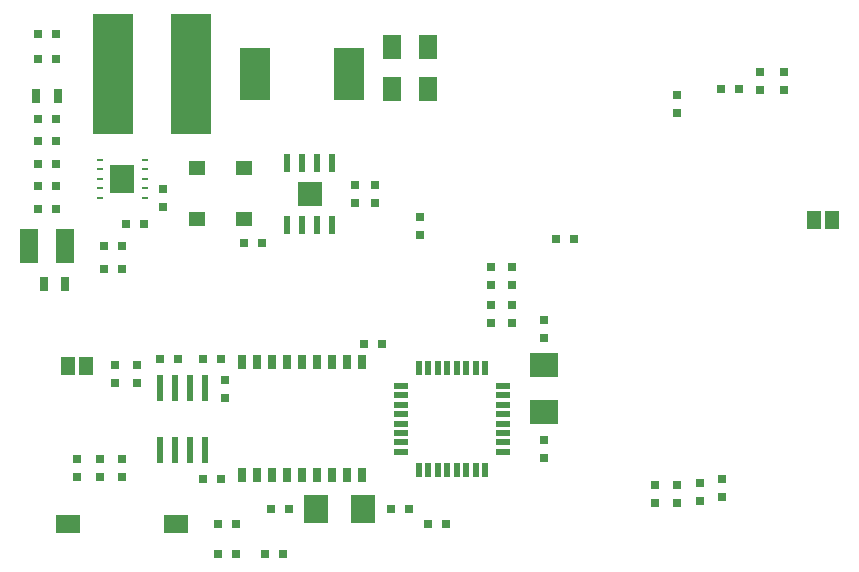
<source format=gtp>
G75*
G70*
%OFA0B0*%
%FSLAX24Y24*%
%IPPOS*%
%LPD*%
%AMOC8*
5,1,8,0,0,1.08239X$1,22.5*
%
%ADD10R,0.0236X0.0866*%
%ADD11R,0.0300X0.0300*%
%ADD12R,0.0315X0.0472*%
%ADD13R,0.0460X0.0630*%
%ADD14R,0.0300X0.0450*%
%ADD15R,0.0787X0.0945*%
%ADD16R,0.0500X0.0220*%
%ADD17R,0.0220X0.0500*%
%ADD18R,0.0236X0.0620*%
%ADD19R,0.0810X0.0810*%
%ADD20R,0.0945X0.0787*%
%ADD21R,0.0591X0.0787*%
%ADD22R,0.0197X0.0079*%
%ADD23R,0.0579X0.0500*%
%ADD24R,0.0591X0.1142*%
%ADD25R,0.1378X0.4016*%
%ADD26R,0.1024X0.1772*%
%ADD27R,0.0830X0.0630*%
D10*
X009430Y005156D03*
X009930Y005156D03*
X010430Y005156D03*
X010930Y005156D03*
X010930Y007204D03*
X010430Y007204D03*
X009930Y007204D03*
X009430Y007204D03*
D11*
X008680Y007380D03*
X007930Y007380D03*
X007930Y007980D03*
X008680Y007980D03*
X009430Y008180D03*
X010030Y008180D03*
X010880Y008180D03*
X011480Y008180D03*
X011618Y007480D03*
X011618Y006880D03*
X008180Y004855D03*
X008180Y004255D03*
X007430Y004255D03*
X006680Y004255D03*
X006680Y004855D03*
X007430Y004855D03*
X010880Y004180D03*
X011480Y004180D03*
X013130Y003180D03*
X013730Y003180D03*
X011980Y002680D03*
X011380Y002680D03*
X011380Y001680D03*
X011980Y001680D03*
X012943Y001680D03*
X013543Y001680D03*
X017130Y003180D03*
X017730Y003180D03*
X018380Y002680D03*
X018980Y002680D03*
X022243Y004880D03*
X022243Y005480D03*
X025930Y003980D03*
X026680Y003980D03*
X026680Y003380D03*
X025930Y003380D03*
X027430Y003443D03*
X027430Y004043D03*
X028180Y004168D03*
X028180Y003568D03*
X022243Y008880D03*
X022243Y009480D03*
X021180Y009380D03*
X020493Y009380D03*
X020493Y009980D03*
X021180Y009980D03*
X021180Y010630D03*
X020493Y010630D03*
X020493Y011230D03*
X021180Y011230D03*
X022630Y012180D03*
X023230Y012180D03*
X018118Y012318D03*
X018118Y012918D03*
X016618Y013380D03*
X015930Y013380D03*
X015930Y013980D03*
X016618Y013980D03*
X012843Y012055D03*
X012243Y012055D03*
X009555Y013255D03*
X009555Y013855D03*
X008918Y012680D03*
X008318Y012680D03*
X008168Y011930D03*
X007568Y011930D03*
X007568Y011180D03*
X008168Y011180D03*
X005980Y013180D03*
X005380Y013180D03*
X005380Y013930D03*
X005980Y013930D03*
X005980Y014680D03*
X005380Y014680D03*
X005380Y015430D03*
X005980Y015430D03*
X005980Y016180D03*
X005380Y016180D03*
X005380Y018180D03*
X005980Y018180D03*
X005980Y018993D03*
X005380Y018993D03*
X016255Y008680D03*
X016855Y008680D03*
X026680Y016380D03*
X026680Y016980D03*
X028130Y017180D03*
X028730Y017180D03*
X029430Y017130D03*
X029430Y017730D03*
X030243Y017730D03*
X030243Y017130D03*
D12*
X006274Y010680D03*
X005566Y010680D03*
X005326Y016930D03*
X006034Y016930D03*
D13*
X006380Y007930D03*
X006980Y007930D03*
X031255Y012805D03*
X031855Y012805D03*
D14*
X016180Y008065D03*
X015680Y008065D03*
X015180Y008065D03*
X014680Y008065D03*
X014180Y008065D03*
X013680Y008065D03*
X013180Y008065D03*
X012680Y008065D03*
X012180Y008065D03*
X012180Y004295D03*
X012680Y004295D03*
X013180Y004295D03*
X013680Y004295D03*
X014180Y004295D03*
X014680Y004295D03*
X015180Y004295D03*
X015680Y004295D03*
X016180Y004295D03*
D15*
X016217Y003180D03*
X014643Y003180D03*
X008180Y014180D03*
D16*
X017490Y007282D03*
X017490Y006967D03*
X017490Y006652D03*
X017490Y006337D03*
X017490Y006023D03*
X017490Y005708D03*
X017490Y005393D03*
X017490Y005078D03*
X020870Y005078D03*
X020870Y005393D03*
X020870Y005708D03*
X020870Y006023D03*
X020870Y006337D03*
X020870Y006652D03*
X020870Y006967D03*
X020870Y007282D03*
D17*
X020282Y007870D03*
X019967Y007870D03*
X019652Y007870D03*
X019337Y007870D03*
X019023Y007870D03*
X018708Y007870D03*
X018393Y007870D03*
X018078Y007870D03*
X018078Y004490D03*
X018393Y004490D03*
X018708Y004490D03*
X019023Y004490D03*
X019337Y004490D03*
X019652Y004490D03*
X019967Y004490D03*
X020282Y004490D03*
D18*
X015180Y012656D03*
X014680Y012656D03*
X014180Y012656D03*
X013680Y012656D03*
X013680Y014704D03*
X014180Y014704D03*
X014680Y014704D03*
X015180Y014704D03*
D19*
X014430Y013680D03*
D20*
X022243Y007967D03*
X022243Y006393D03*
D21*
X018361Y017180D03*
X017179Y017180D03*
X017179Y018580D03*
X018361Y018580D03*
D22*
X008928Y014810D03*
X008928Y014495D03*
X008928Y014180D03*
X008928Y013865D03*
X008928Y013550D03*
X007432Y013550D03*
X007432Y013865D03*
X007432Y014180D03*
X007432Y014495D03*
X007432Y014810D03*
D23*
X010680Y014526D03*
X012243Y014526D03*
X012243Y012834D03*
X010680Y012834D03*
D24*
X006271Y011930D03*
X005089Y011930D03*
D25*
X007881Y017680D03*
X010479Y017680D03*
D26*
X012605Y017680D03*
X015755Y017680D03*
D27*
X006370Y002680D03*
X009990Y002680D03*
M02*

</source>
